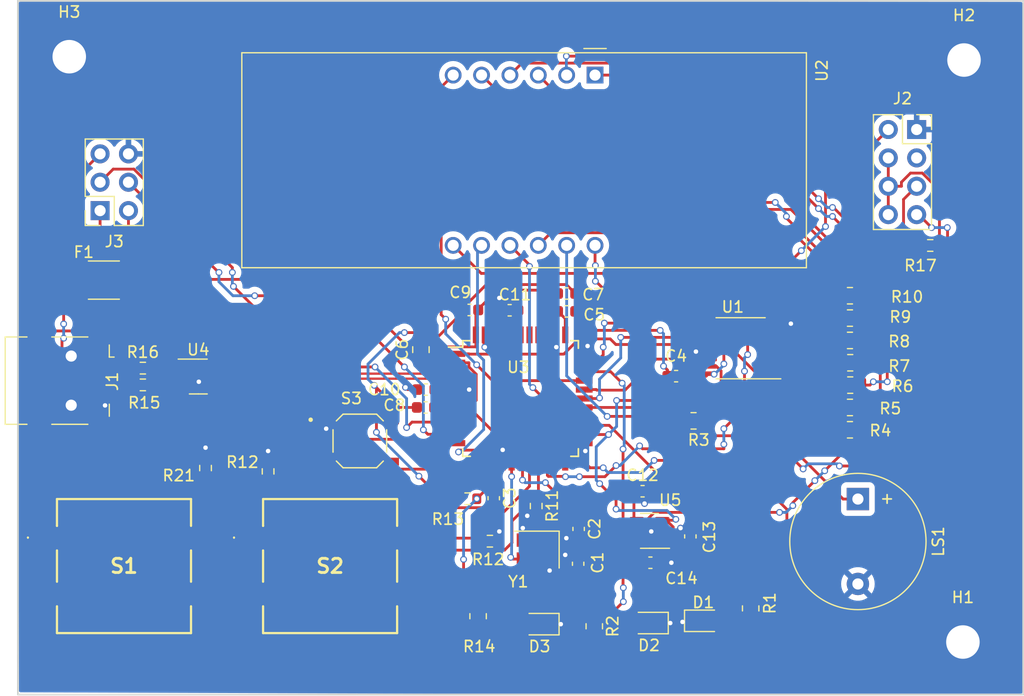
<source format=kicad_pcb>
(kicad_pcb (version 20221018) (generator pcbnew)
  (layers (0 "F.Cu" signal) (31 "B.Cu" signal) (34 "B.Paste" user) (35 "F.Paste" user) (36 "B.SilkS" user "B.Silkscreen") (37 "F.SilkS" user "F.Silkscreen") (38 "B.Mask" user) (39 "F.Mask" user) (44 "Edge.Cuts" user))
  (net 0 "")
  (net 1 "GND")
  (net 2 "Net-(D1-A)")
  (net 3 "Net-(D2-A)")
  (net 4 "Buzzer")
  (net 5 "Green_LED")
  (net 6 "Red_LED")
  (net 7 "a")
  (net 8 "Net-(U2-a)")
  (net 9 "b")
  (net 10 "Net-(U2-b)")
  (net 11 "c")
  (net 12 "Net-(U2-c)")
  (net 13 "d")
  (net 14 "Net-(U2-d)")
  (net 15 "e")
  (net 16 "Net-(U2-e)")
  (net 17 "f")
  (net 18 "Net-(U2-f)")
  (net 19 "g")
  (net 20 "Net-(U2-g)")
  (net 21 "dp")
  (net 22 "Net-(U2-DPX)")
  (net 23 "Button_1")
  (net 24 "Button_2")
  (net 26 "+5V")
  (net 27 "SH_CP")
  (net 28 "ST_CP")
  (net 29 "DS")
  (net 30 "Dig4")
  (net 31 "Dig3")
  (net 32 "Dig2")
  (net 33 "Dig1")
  (net 38 "XTAL2")
  (net 39 "XTAL1")
  (net 40 "RST")
  (net 41 "Net-(U5-BP)")
  (net 42 "+3.3V")
  (net 43 "Net-(J1-D-)")
  (net 45 "Net-(J1-D+)")
  (net 46 "TX")
  (net 48 "Net-(J2-Pin_5)")
  (net 49 "MISO")
  (net 50 "SCK")
  (net 51 "MOSI")
  (net 52 "USB_CONN_D+")
  (net 54 "USB_CONN_D-")
  (net 55 "USB_D-")
  (net 56 "USB_D+")
  (net 57 "RX")
  (net 64 "Net-(C3-Pad2)")
  (net 65 "/UCAP")
  (net 66 "/AREF")
  (net 67 "Net-(D3-A)")
  (net 68 "Net-(J1-VBUS)")
  (net 70 "unconnected-(J1-Shield-Pad6)")
  (footprint "Resistor_SMD:R_0603_1608Metric" (layer "F.Cu") (at 159.975 69.8 180)
    (fp_text reference "R17")
    (fp_text value "10k" hide)
  )
  (footprint "Resistor_SMD:R_0805_2012Metric" (layer "F.Cu") (at 152.8125 80.3)
    (fp_text reference "R7")
    (fp_text value "100" hide)
  )
  (footprint "Resistor_SMD:R_0603_1608Metric" (layer "F.Cu") (at 89.4903 82.2818)
    (fp_text reference "R15")
    (fp_text value "1k" hide)
  )
  (footprint "Capacitor_SMD:C_0603_1608Metric" (layer "F.Cu") (at 127.425 74.1)
    (fp_text reference "C7")
    (fp_text value ".1uF")
  )
  (footprint "Fuse:Fuse_1812_4532Metric" (layer "F.Cu") (at 86 72.9)
    (fp_text reference "F1")
    (fp_text value "PTCSMP" hide)
  )
  (footprint "Resistor_SMD:R_0805_2012Metric" (layer "F.Cu") (at 129.9 103.8875 -90)
    (fp_text reference "R2")
    (fp_text value "330")
  )
  (footprint "PTS526_SMD_Button:PTS526_SMD_Button" (layer "F.Cu") (at 108.9125 87.3)
    (fp_text reference "S3")
    (fp_text value "PTS526_SM08_SMTR2_LFS" hide)
  )
  (footprint "Resistor_SMD:R_0603_1608Metric" (layer "F.Cu") (at 95.1 89.725 90)
    (fp_text reference "R21")
    (fp_text value "10k")
  )
  (footprint "Resistor_SMD:R_0603_1608Metric" (layer "F.Cu") (at 89.4903 80.7818)
    (fp_text reference "R16")
    (fp_text value "1k" hide)
  )
  (footprint "MountingHole:MountingHole_3mm" (layer "F.Cu") (at 163 53.2)
    (fp_text reference "H2")
    (fp_text value "MountingHole")
  )
  (footprint "Crystal:Crystal_SMD_Abracon_ABM8G-4Pin_3.2x2.5mm" (layer "F.Cu") (at 124.7561 97.0238 180)
    (fp_text reference "Y1")
    (fp_text value "16kHz" hide)
  )
  (footprint "Resistor_SMD:R_0603_1608Metric" (layer "F.Cu") (at 124.7 93.125 -90)
    (fp_text reference "R11")
    (fp_text value "10k")
  )
  (footprint "Capacitor_SMD:C_0603_1608Metric" (layer "F.Cu") (at 118.7361 75.5738 180)
    (fp_text reference "C9")
    (fp_text value ".1uF")
  )
  (footprint "Resistor_SMD:R_0805_2012Metric" (layer "F.Cu") (at 119.5 102.9875 -90)
    (fp_text reference "R14")
    (fp_text value "1k")
  )
  (footprint "Package_TO_SOT_SMD:SOT-23-6" (layer "F.Cu") (at 94.4528 81.5318)
    (fp_text reference "U4")
    (fp_text value "USBLC6-2SC6" hide)
  )
  (footprint "PTS125_SMD_Button:PTS125_SMD_Button" (layer "F.Cu") (at 106.25 98.5)
    (fp_text reference "S2")
    (fp_text value "PTS125SM43SMTR21M_LFS" hide)
  )
  (footprint "Capacitor_SMD:C_0603_1608Metric" (layer "F.Cu") (at 114.8 84.3 180)
    (fp_text reference "C8")
    (fp_text value ".1uF")
  )
  (footprint "Connector_USB:USB_Mini-B_Lumberg_2486_01_Horizontal" (layer "F.Cu") (at 83.075 81.9 -90)
    (fp_text reference "J1")
    (fp_text value "USB_B_Mini" hide)
  )
  (footprint "Capacitor_SMD:C_0603_1608Metric" (layer "F.Cu") (at 134.925 98.2)
    (fp_text reference "C14")
    (fp_text value "2.2uF")
  )
  (footprint "Resistor_SMD:R_0805_2012Metric" (layer "F.Cu") (at 138.7875 85.5 180)
    (fp_text reference "R3")
    (fp_text value "100")
  )
  (footprint "Resistor_SMD:R_0805_2012Metric" (layer "F.Cu") (at 152.7875 86.3)
    (fp_text reference "R4")
    (fp_text value "100" hide)
  )
  (footprint "Resistor_SMD:R_0805_2012Metric" (layer "F.Cu") (at 143.9 102.2875 -90)
    (fp_text reference "R1")
    (fp_text value "330")
  )
  (footprint "Capacitor_SMD:C_0603_1608Metric" (layer "F.Cu") (at 127.425 75.7)
    (fp_text reference "C5")
    (fp_text value ".1uF")
  )
  (footprint "Resistor_SMD:R_0603_1608Metric" (layer "F.Cu") (at 120.5561 96.2738)
    (fp_text reference "R12")
    (fp_text value "10k" hide)
  )
  (footprint "Package_QFP:TQFP-44_10x10mm_P0.8mm" (layer "F.Cu") (at 123.3 83.5)
    (fp_text reference "U3")
    (fp_text value "ATmega32U4-A" hide)
  )
  (footprint "Resistor_SMD:R_0805_2012Metric" (layer "F.Cu") (at 152.7875 74.3)
    (fp_text reference "R10")
    (fp_text value "100" hide)
  )
  (footprint "Resistor_SMD:R_0805_2012Metric" (layer "F.Cu") (at 152.7875 84.3)
    (fp_text reference "R5")
    (fp_text value "100" hide)
  )
  (footprint "Capacitor_SMD:C_0603_1608Metric" (layer "F.Cu") (at 138.5 95.845 90)
    (fp_text reference "C13")
    (fp_text value "1uF")
  )
  (footprint "MountingHole:MountingHole_3mm" (layer "F.Cu") (at 162.9 105.3)
    (fp_text reference "H1")
    (fp_text value "MountingHole")
  )
  (footprint "Display_7Segment:CA56-12EWA" (layer "F.Cu") (at 129.9689 54.5487 -90)
    (fp_text reference "U2")
    (fp_text value "CA56-12EWA")
  )
  (footprint "Package_SO:TSSOP-16_4.4x5mm_P0.65mm" (layer "F.Cu") (at 143 79 180)
    (fp_text reference "U1")
    (fp_text value "74HC595" hide)
  )
  (footprint "LED_SMD:LED_0805_2012Metric" (layer "F.Cu") (at 134.8375 103.6 180)
    (fp_text reference "D2")
    (fp_text value "LED")
  )
  (footprint "LED_SMD:LED_0805_2012Metric" (layer "F.Cu") (at 125.0625 103.7 180)
    (fp_text reference "D3")
    (fp_text value "LED")
  )
  (footprint "Capacitor_SMD:C_0603_1608Metric" (layer "F.Cu") (at 120.9 92.425 -90)
    (fp_text reference "C3")
    (fp_text value ".1uF")
  )
  (footprint "Resistor_SMD:R_0603_1608Metric" (layer "F.Cu") (at 118.5561 92.4738 180)
    (fp_text reference "R13")
    (fp_text value "10k" hide)
  )
  (footprint "LED_SMD:LED_0805_2012Metric" (layer "F.Cu") (at 139.6625 103.4)
    (fp_text reference "D1")
    (fp_text value "LED")
  )
  (footprint "Capacitor_SMD:C_0603_1608Metric" (layer "F.Cu") (at 122.325 75.6 180)
    (fp_text reference "C11")
    (fp_text value ".1uF")
  )
  (footprint "Capacitor_SMD:C_0603_1608Metric" (layer "F.Cu") (at 114.825 82.7 180)
    (fp_text reference "C10")
    (fp_text value "1uF")
  )
  (footprint "Buzzer_Beeper:Buzzer_12x9.5RM7.6" (layer "F.Cu") (at 153.5 92.5 -90)
    (fp_text reference "LS1")
    (fp_text value "Speaker")
  )
  (footprint "Connector_PinSocket_2.54mm:PinSocket_2x04_P2.54mm_Vertical" (layer "F.Cu") (at 158.76 59.42)
    (fp_text reference "J2")
    (fp_text value "ESP_CONN")
  )
  (footprint "Connector_PinSocket_2.54mm:PinSocket_2x03_P2.54mm_Vertical" (layer "F.Cu") (at 85.66 66.68 180)
    (fp_text reference "J3")
    (fp_text value "AVR-ISP-6")
  )
  (footprint "PTS125_SMD_Button:PTS125_SMD_Button" (layer "F.Cu") (at 87.8 98.5)
    (fp_text reference "S1")
    (fp_text value "PTS125SM43SMTR21M_LFS" hide)
  )
  (footprint "Resistor_SMD:R_0603_1608Metric" (layer "F.Cu") (at 100.7 90.025 90)
    (fp_text reference "R12")
    (fp_text value "10k")
  )
  (footprint "Capacitor_SMD:C_0603_1608Metric" (layer "F.Cu") (at 137.225 81.5 180)
    (fp_text reference "C4")
    (fp_text value ".1uF")
  )
  (footprint "MountingHole:MountingHole_3mm" (layer "F.Cu") (at 82.9 52.9)
    (fp_text reference "H3")
    (fp_text value "MountingHole")
  )
  (footprint "Package_TO_SOT_SMD:SOT-23-5" (layer "F.Cu") (at 134.8375 95.35 180)
    (fp_text reference "U5")
    (fp_text value "LP2985-3.3" hide)
  )
  (footprint "Capacitor_SMD:C_0805_2012Metric" (layer "F.Cu") (at 114.3811 79.1238 90)
    (fp_text reference "C6")
    (fp_text value "10uF" hide)
  )
  (footprint "Resistor_SMD:R_0805_2012Metric" (layer "F.Cu") (at 152.7875 76.3)
    (fp_text reference "R9")
    (fp_text value "100" hide)
  )
  (footprint "Capacitor_SMD:C_0603_1608Metric" (layer "F.Cu") (at 134.225 91.8)
    (fp_text reference "C12")
    (fp_text value "10nF")
  )
  (footprint "Resistor_SMD:R_0805_2012Metric" (layer "F.Cu") (at 152.8125 82.3)
    (fp_text reference "R6")
    (fp_text value "100" hide)
  )
  (footprint "Capacitor_SMD:C_0603_1608Metric" (layer "F.Cu") (at 128.5 95.175 -90)
    (fp_text reference "C2")
    (fp_text value "22pF")
  )
  (footprint "Resistor_SMD:R_0805_2012Metric" (layer "F.Cu") (at 152.7875 78.3)
    (fp_text reference "R8")
    (fp_text value "100" hide)
  )
  (footprint "Capacitor_SMD:C_0603_1608Metric" (layer "F.Cu") (at 128.4561 98.2938 90)
    (fp_text reference "C1")
    (fp_text value "22pF")
  )
  (gr_rect (start 78.3 47.9) (end 168.3 110) (stroke (width 0.15)) (fill none) (layer "Edge.Cuts"))
  (gr_text "Ethan Burnett\n4/20/2023\nEmbedded Systems" (at 99.7 65.2) (layer "F.Cu") (effects (font (size 1.5 1.5) (thickness 0.3) bold) (justify left bottom)))
  (segment (start 138.625 103.5) (end 138.725 103.4) (width 0.4) (layer "F.Cu") (net 1))
  (segment (start 86.105 84.1192) (end 86.105 83.83) (width 0.25) (layer "F.Cu") (net 1))
  (segment (start 138.43 95.07) (end 138.4 95.1) (width 0.25) (layer "F.Cu") (net 1))
  (segment (start 94.0318 81.5318) (end 93.3153 81.5318) (width 0.4) (layer "F.Cu") (net 1))
  (segment (start 123.95 93.95) (end 123.9 94) (width 0.4) (layer "F.Cu") (net 1))
  (segment (start 113.2 82.7) (end 113 82.5) (width 0.25) (layer "F.Cu") (net 1))
  (segment (start 124.7 93.95) (end 123.95 93.95) (width 0.4) (layer "F.Cu") (net 1))
  (segment (start 129.3 78.8) (end 129.3 79.2) (width 0.4) (layer "F.Cu") (net 1))
  (segment (start 135.7 98.2) (end 136.8 98.2) (width 0.25) (layer "F.Cu") (net 1))
  (segment (start 147.5 76.8) (end 147.425 76.725) (width 0.4) (layer "F.Cu") (net 1))
  (segment (start 135 91.8) (end 135 92.3) (width 0.25) (layer "F.Cu") (net 1))
  (segment (start 86.105 83.83) (end 85.775 83.5) (width 0.25) (layer "F.Cu") (net 1))
  (segment (start 114.05 82.7) (end 113.2 82.7) (width 0.25) (layer "F.Cu") (net 1))
  (segment (start 135 92.3) (end 134.4 92.9) (width 0.25) (layer "F.Cu") (net 1))
  (segment (start 121.4 96.2549) (end 121.381 96.2738) (width 0.4) (layer "F.Cu") (net 1))
  (segment (start 129 88.1) (end 129.1 88.2) (width 0.4) (layer "F.Cu") (net 1))
  (segment (start 121.7 88.1) (end 121.7 89.2) (width 0.4) (layer "F.Cu") (net 1))
  (segment (start 128.5 95.95) (end 127.45 95.95) (width 0.25) (layer "F.Cu") (net 1))
  (segment (start 123.656 96.1738) (end 123.656 95.2561) (width 0.4) (layer "F.Cu") (net 1))
  (segment (start 134.375 92.875) (end 134.4 92.9) (width 0.4) (layer "F.Cu") (net 1))
  (segment (start 128.4373 97.5) (end 128.4561 97.5188) (width 0.25) (layer "F.Cu") (net 1))
  (segment (start 135.975 95.35) (end 135.05 95.35) (width 0.4) (layer "F.Cu") (net 1))
  (segment (start 139 79.3) (end 140.112 79.3) (width 0.4) (layer "F.Cu") (net 1))
  (segment (start 135.05 95.35) (end 135 95.4) (width 0.4) (layer "F.Cu") (net 1))
  (segment (start 105.912 85.45) (end 105.912 86.1875) (width 0.4) (layer "F.Cu") (net 1))
  (segment (start 100.7 88.2) (end 100.7 89.2) (width 0.4) (layer "F.Cu") (net 1))
  (segment (start 118.7 82.7) (end 117.6 82.7) (width 0.4) (layer "F.Cu") (net 1))
  (segment (start 138.5 95.07) (end 138.43 95.07) (width 0.25) (layer "F.Cu") (net 1))
  (segment (start 129 87.5) (end 129 88.1) (width 0.4) (layer "F.Cu") (net 1))
  (segment (start 140.112 79.3) (end 140.138 79.325) (width 0.4) (layer "F.Cu") (net 1))
  (segment (start 95.1 87.9) (end 95.1 88.9) (width 0.4) (layer "F.Cu") (net 1))
  (segment (start 105.912 86.1875) (end 105.9 86.2) (width 0.4) (layer "F.Cu") (net 1))
  (segment (start 121.55 75.6) (end 121.55 74.65) (width 0.25) (layer "F.Cu") (net 1))
  (segment (start 127.3 97.5) (end 128.4373 97.5) (width 0.25) (layer "F.Cu") (net 1))
  (segment (start 137.8 103.5) (end 138.625 103.5) (width 0.4) (layer "F.Cu") (net 1))
  (segment (start 120.1 77.8) (end 120.1 78.9) (width 0.4) (layer "F.Cu") (net 1))
  (segment (start 125.9 97.9177) (end 125.856 97.8738) (width 0.4) (layer "F.Cu") (net 1))
  (segment (start 94.5 82) (end 94.0318 81.5318) (width 0.4) (layer "F.Cu") (net 1))
  (segment (start 125.9 98.9) (end 125.9 97.9177) (width 0.4) (layer "F.Cu") (net 1))
  (segment (start 147.425 76.725) (end 145.862 76.725) (width 0.4) (layer "F.Cu") (net 1))
  (segment (start 126.9 103.7) (end 126 103.7) (width 0.4) (layer "F.Cu") (net 1))
  (segment (start 121.4 95.4) (end 121.4 96.2549) (width 0.4) (layer "F.Cu") (net 1))
  (segment (start 135.775 103.6) (end 136.7 103.6) (width 0.4) (layer "F.Cu") (net 1))
  (segment (start 123.656 95.2561) (end 123.5 95.1) (width 0.4) (layer "F.Cu") (net 1))
  (segment (start 126.5 77.8) (end 126.5 78.9) (width 0.4) (layer "F.Cu") (net 1))
  (segment (start 121.55 74.65) (end 121.4 74.5) (width 0.25) (layer "F.Cu") (net 1))
  (segment (start 129.3 79.2) (end 129 79.5) (width 0.4) (layer "F.Cu") (net 1))
  (segment (start 138.4 95.1) (end 137.6213 95.1) (width 0.25) (layer "F.Cu") (net 1))
  (segment (start 127.45 95.95) (end 127.4 96) (width 0.25) (layer "F.Cu") (net 1))
  (segment (start 88.3 61.7) (end 88.2 61.6) (width 0.25) (layer "F.Cu") (net 1))
  (via (at 139 79.3) (size 0.6) (drill 0.4) (layers "F.Cu" "B.Cu") (net 1))
  (via (at 120.1 78.9) (size 0.6) (drill 0.4) (layers "F.Cu" "B.Cu") (net 1))
  (via (at 95.1 87.9) (size 0.6) (drill 0.4) (layers "F.Cu" "B.Cu") (net 1))
  (via (at 129.3 78.8) (size 0.6) (drill 0.4) (layers "F.Cu" "B.Cu") (net 1))
  (via (at 147.5 76.8) (size 0.6) (drill 0.4) (layers "F.Cu" "B.Cu") (net 1))
  (via (at 121.7 88.1) (size 0.6) (drill 0.4) (layers "F.Cu" "B.Cu") (net 1))
  (via (at 137.6213 95.1) (size 0.6) (drill 0.4) (layers "F.Cu" "B.Cu") (net 1))
  (via (at 126.9 103.7) (size 0.6) (drill 0.4) (layers "F.Cu" "B.Cu") (net 1))
  (via (at 126.5 78.9) (size 0.6) (drill 0.4) (layers "F.Cu" "B.Cu") (net 1))
  (via (at 125.9 98.9) (size 0.6) (drill 0.4) (layers "F.Cu" "B.Cu") (net 1))
  (via (at 118.7 82.7) (size 0.6) (drill 0.4) (layers "F.Cu" "B.Cu") (net 1))
  (via (at 121.4 95.4) (size 0.6) (drill 0.4) (layers "F.Cu" "B.Cu") (net 1))
  (via (at 129.1 88.2) (size 0.6) (drill 0.4) (layers "F.Cu" "B.Cu") (net 1))
  (via (at 86.105 84.1192) (size 0.6) (drill 0.4) (layers "F.Cu" "B.Cu") (net 1))
  (via (at 121.4 74.5) (size 0.6) (drill 0.4) (layers "F.Cu" "B.Cu") (net 1))
  (via (at 136.7 103.6) (size 0.6) (drill 0.4) (layers "F.Cu" "B.Cu") (net 1))
  (via (at 127.3 97.5) (size 0.6) (drill 0.4) (layers "F.Cu" "B.Cu") (net 1))
  (via (at 127.4 96) (size 0.6) (drill 0.4) (layers "F.Cu" "B.Cu") (net 1))
  (via (at 136.8 98.2) (size 0.6) (drill 0.4) (layers "F.Cu" "B.Cu") (net 1))
  (via (at 94.5 82) (size 0.6) (drill 0.4) (layers "F.Cu" "B.Cu") (net 1))
  (via (at 100.7 88.2) (size 0.6) (drill 0.4) (layers "F.Cu" "B.Cu") (net 1))
  (via (at 105.9 86.2) (size 0.6) (drill 0.4) (layers "F.Cu" "B.Cu") (net 1))
  (via (at 113 82.5) (size 0.6) (drill 0.4) (layers "F.Cu" "B.Cu") (net 1))
  (via (at 123.5 95.1) (size 0.6) (drill 0.4) (layers "F.Cu" "B.Cu") (net 1))
  (via (at 123.9 94) (size 0.6) (drill 0.4) (layers "F.Cu" "B.Cu") (net 1))
  (via (at 135 95.4) (size 0.6) (drill 0.4) (layers "F.Cu" "B.Cu") (net 1))
  (via (at 134.4 92.9) (size 0.6) (drill 0.4) (layers "F.Cu" "B.Cu") (net 1))
  (via (at 137.8 103.5) (size 0.6) (drill 0.4) (layers "F.Cu" "B.Cu") (net 1))
  (segment (start 140.6 103.4) (end 143.7 103.4) (width 0.25) (layer "F.Cu") (net 2))
  (segment (start 143.7 103.4) (end 143.9 103.2) (width 0.25) (layer "F.Cu") (net 2))
  (segment (start 132.7 104.8) (end 133.9 103.6) (width 0.25) (layer "F.Cu") (net 3))
  (segment (start 129.9 104.8) (end 132.7 104.8) (width 0.25) (layer "F.Cu") (net 3))
  (segment (start 138.217 84.3) (end 129 84.3) (width 0.25) (layer "F.Cu") (net 4))
  (segment (start 138.8409 84.9239) (end 138.217 84.3) (width 0.25) (layer "F.Cu") (net 4))
  (segment (start 139.5055 86.8332) (end 138.8409 86.1686) (width 0.25) (layer "F.Cu") (net 4))
  (segment (start 153.5 92.5) (end 152.1749 92.5) (width 0.25) (layer "F.Cu") (net 4))
  (segment (start 152.1749 92.5) (end 146.5081 86.8332) (width 0.25) (layer "F.Cu") (net 4))
  (segment (start 138.8409 86.1686) (end 138.8409 84.9239) (width 0.25) (layer "F.Cu") (net 4))
  (segment (start 146.5081 86.8332) (end 139.5055 86.8332) (width 0.25) (layer "F.Cu") (net 4))
  (segment (start 143.7662 90.0455) (end 135.3802 90.0455) (width 0.25) (layer "F.Cu") (net 5))
  (segment (start 143.9 101.375) (end 147.1427 98.1323) (width 0.25) (layer "F.Cu") (net 5))
  (segment (start 129 85.9) (end 130.0751 85.9) (width 0.25) (layer "F.Cu") (net 5))
  (segment (start 135.3802 90.0455) (end 131.2344 85.8997) (width 0.25) (layer "F.Cu") (net 5))
  (segment (start 130.0754 85.8997) (end 130.0751 85.9) (width 0.25) (layer "F.Cu") (net 5))
  (segment (start 147.1427 98.1323) (end 147.1427 93.422) (width 0.25) (layer "F.Cu") (net 5))
  (segment (start 147.1427 93.422) (end 143.7662 90.0455) (width 0.25) (layer "F.Cu") (net 5))
  (segment (start 131.2344 85.8997) (end 130.0754 85.8997) (width 0.25) (layer "F.Cu") (net 5))
  (segment (start 132.475761 100.032061) (end 132.475761 100.416161) (width 0.25) (layer "F.Cu") (net 6))
  (segment (start 131.3668 81.1) (end 132.3927 82.1259) (width 0.25) (layer "F.Cu") (net 6))
  (segment (start 129 81.1) (end 131.3668 81.1) (width 0.25) (layer "F.Cu") (net 6))
  (segment (start 132.5 101.6894) (end 131.3769 102.8125) (width 0.25) (layer "F.Cu") (net 6))
  (segment (start 132.475761 88.024239) (end 132.475761 100.032061) (width 0.25) (layer "F.Cu") (net 6))
  (segment (start 131.3769 102.8125) (end 129.9 102.8125) (width 0.25) (layer "F.Cu") (net 6))
  (segment (start 132.475761 100.416161) (end 132.5 100.4404) (width 0.25) (layer "F.Cu") (net 6))
  (via (at 132.5 101.6894) (size 0.6) (drill 0.4) (layers "F.Cu" "B.Cu") (net 6))
  (via (at 132.3927 82.1259) (size 0.6) (drill 0.4) (layers "F.Cu" "B.Cu") (net 6))
  (via (at 132.475761 88.024239) (size 0.6) (drill 0.4) (layers "F.Cu" "B.Cu") (net 6))
  (via (at 132.5 100.4404) (size 0.6) (drill 0.4) (layers "F.Cu" "B.Cu") (net 6))
  (segment (start 132.3927 82.1259) (end 132.578 82.3112) (width 0.25) (layer "B.Cu") (net 6))
  (segment (start 132.578 82.3112) (end 132.578 87.922) (width 0.25) (layer "B.Cu") (net 6))
  (segment (start 132.578 87.922) (end 132.475761 88.024239) (width 0.25) (layer "B.Cu") (net 6))
  (segment (start 132.5 100.4404) (end 132.5 101.6894) (width 0.25) (layer "B.Cu") (net 6))
  (segment (start 140.1375 80.625) (end 140.844 80.625) (width 0.25) (layer "F.Cu") (net 7))
  (segment (start 141.2498 81.0308) (end 141.2498 83.9502) (width 0.25) (layer "F.Cu") (net 7))
  (segment (start 141.2498 83.9502) (end 139.7 85.5) (width 0.25) (layer "F.Cu") (net 7))
  (segment (start 140.844 80.625) (end 141.2498 81.0308) (width 0.25) (layer "F.Cu") (net 7))
  (segment (start 137.875 85.5) (end 137.475 85.1) (width 0.25) (layer "F.Cu") (net 8))
  (segment (start 137.475 85.1) (end 131.0528 85.1) (width 0.25) (layer "F.Cu") (net 8))
  (via (at 131.0528 85.1) (size 0.6) (drill 0.4) (layers "F.Cu" "B.Cu") (net 8))
  (segment (start 127.4289 81.4761) (end 127.4289 69.7887) (width 0.25) (layer "B.Cu") (net 8))
  (segment (start 131.0528 85.1) (end 127.4289 81.4761) (width 0.25) (layer "B.Cu") (net 8))
  (segment (start 150.8875 86.3) (end 151.875 86.3) (width 0.25) (layer "F.Cu") (net 9))
  (segment (start 145.8625 81.275) (end 150.8875 86.3) (width 0.25) (layer "F.Cu") (net 9))
  (segment (start 137.2427 72.2987) (end 119.7789 72.2987) (width 0.25) (layer "F.Cu") (net 10))
  (segment (start 153.7 86.3) (end 152.6528 87.3472) (width 0.25) (layer "F.Cu") (net 10))
  (segment (start 142.064 78.8861) (end 142.064 77.12) (width 0.25) (layer "F.Cu") (net 10))
  (segment (start 152.6528 87.3472) (end 150.5251 87.3472) (width 0.25) (layer "F.Cu") (net 10))
  (segment (start 150.5251 87.3472) (end 142.064 78.8861) (width 0.25) (layer "F.Cu") (net 10))
  (segment (start 142.064 77.12) (end 137.2427 72.2987) (width 0.25) (layer "F.Cu") (net 10))
  (segment (start 119.7789 72.2987) (end 117.2689 69.7887) (width 0.25) (layer "F.Cu") (net 10))
  (segment (start 148.2 80.625) (end 151.875 84.3) (width 0.25) (layer "F.Cu") (net 11))
  (segment (start 145.8625 80.625) (end 148.2 80.625) (width 0.25) (layer "F.Cu") (net 11))
  (segment (start 154.7187 84.3255) (end 155.5023 83.5419) (width 0.25) (layer "F.Cu") (net 12))
  (segment (start 155.5023 71.4778) (end 151.2245 67.2) (width 0.25) (layer "F.Cu") (net 12))
  (segment (start 154.7187 84.3255) (end 153.7255 84.3255) (width 0.25) (layer "F.Cu") (net 12))
  (segment (start 136.9492 53.4737) (end 123.4239 53.4737) (width 0.25) (layer "F.Cu") (net 12))
  (segment (start 153.7255 84.3255) (end 153.7 84.3) (width 0.25) (layer "F.Cu") (net 12))
  (segment (start 149.9755 66.5) (end 136.9492 53.4737) (width 0.25) (layer "F.Cu") (net 12))
  (segment (start 123.4239 53.4737) (end 122.3489 54.5487) (width 0.25) (layer "F.Cu") (net 12))
  (segment (start 155.5023 83.5419) (end 155.5023 71.4778) (width 0.25) (layer "F.Cu") (net 12))
  (via (at 149.9755 66.5) (size 0.6) (drill 0.4) (layers "F.Cu" "B.Cu") (net 12))
  (via (at 151.2245 67.2) (size 0.6) (drill 0.4) (layers "F.Cu" "B.Cu") (net 12))
  (segment (start 151.2245 67.2) (end 150.6755 67.2) (width 0.25) (layer "B.Cu") (net 12))
  (segment (start 150.6755 67.2) (end 149.9755 66.5) (width 0.25) (layer "B.Cu") (net 12))
  (segment (start 149.575 79.975) (end 151.9 82.3) (width 0.25) (layer "F.Cu") (net 13))
  (segment (start 145.8625 79.975) (end 149.575 79.975) (width 0.25) (layer "F.Cu") (net 13))
  (segment (start 154.5778 82.3) (end 154.8778 82) (width 0.25) (layer "F.Cu") (net 14))
  (segment (start 137.207877 52.8492) (end 127.4 52.8492) (width 0.25) (layer "F.Cu") (net 14))
  (segment (start 151.307678 66.4) (end 151.2245 66.4) (width 0.25) (layer "F.Cu") (net 14))
  (segment (start 153.725 82.3) (end 154.5778 82.3) (width 0.25) (layer "F.Cu") (net 14))
  (segment (start 156.1268 82) (end 156.1268 71.219122) (width 0.25) (layer "F.Cu") (net 14))
  (segment (start 156.1268 71.219122) (end 151.307678 66.4) (width 0.25) (layer "F.Cu") (net 14))
  (segment (start 149.9755 65.616823) (end 137.207877 52.8492) (width 0.25) (layer "F.Cu") (net 14))
  (via (at 127.4 52.8492) (size 0.6) (drill 0.4) (layers "F.Cu" "B.Cu") (net 14))
  (via (at 156.1268 82) (size 0.6) (drill 0.4) (layers "F.Cu" "B.Cu") (net 14))
  (via (at 149.9755 65.616823) (size 0.6) (drill 0.4) (layers "F.Cu" "B.Cu") (net 14))
  (via (at 151.2245 66.4) (size 0.6) (drill 0.4) (layers "F.Cu" "B.Cu") (net 14))
  (via (at 154.8778 82) (size 0.6) (drill 0.4) (layers "F.Cu" "B.Cu") (net 14))
  (segment (start 154.8778 82) (end 156.1268 82) (width 0.25) (layer "B.Cu") (net 14))
  (segment (start 151.2245 66.4) (end 150.758677 66.4) (width 0.25) (layer "B.Cu") (net 14))
  (segment (start 127.4 52.8492) (end 127.4 54.5198) (width 0.25) (layer "B.Cu") (net 14))
  (segment (start 127.4 54.5198) (end 127.4289 54.5487) (width 0.25) (layer "B.Cu") (net 14))
  (segment (start 150.758677 66.4) (end 149.9755 65.616823) (width 0.25) (layer "B.Cu") (net 14))
  (segment (start 145.8625 79.325) (end 150.925 79.325) (width 0.25) (layer "F.Cu") (net 15))
  (segment (start 150.925 79.325) (end 151.9 80.3) (width 0.25) (layer "F.Cu") (net 15))
  (segment (start 155.0523 73.4713) (end 155.0523 78.9727) (width 0.25) (layer "F.Cu") (net 16))
  (segment (start 129.9689 54.5487) (end 136.1297 54.5487) (width 0.25) (layer "F.Cu") (net 16))
  (segment (start 155.0523 78.9727) (end 153.725 80.3) (width 0.25) (layer "F.Cu") (net 16))
  (segment (start 136.1297 54.5487) (end 155.0523 73.4713) (width 0.25) (layer "F.Cu") (net 16))
  (segment (start 145.8625 78.675) (end 151.5 78.675) (width 0.25) (layer "F.Cu") (net 17))
  (segment (start 151.5 78.675) (end 151.875 78.3) (width 0.25) (layer "F.Cu") (net 17))
  (segment (start 147.7138 68.6631) (end 152.1842 73.1335) (width 0.25) (layer "F.Cu") (net 18))
  (segment (start 152.7486 73.6273) (end 152.7486 77.3486) (width 0.25) (layer "F.Cu") (net 18))
  (segment (start 126.0145 68.6631) (end 147.7138 68.6631) (width 0.25) (layer "F.Cu") (net 18))
  (segment (start 152.2548 73.1335) (end 152.7486 73.6273) (width 0.25) (layer "F.Cu") (net 18))
  (segment (start 152.1842 73.1335) (end 152.2548 73.1335) (width 0.25) (layer "F.Cu") (net 18))
  (segment (start 152.7486 77.3486) (end 153.7 78.3) (width 0.25) (layer "F.Cu") (net 18))
  (segment (start 124.8889 69.7887) (end 126.0145 68.6631) (width 0.25) (layer "F.Cu") (net 18))
  (segment (start 150.15 78.025) (end 151.875 76.3) (width 0.25) (layer "F.Cu") (net 19))
  (segment (start 145.8625 78.025) (end 150.15 78.025) (width 0.25) (layer "F.Cu") (net 19))
  (segment (start 154.5521 73.621) (end 154.5521 75.4479) (width 0.25) (layer "F.Cu") (net 20))
  (segment (start 119.8089 54.5487) (end 131.8329 66.5727) (width 0.25) (layer "F.Cu") (net 20))
  (segment (start 131.8329 66.5727) (end 147.5038 66.5727) (width 0.25) (layer "F.Cu") (net 20))
  (segment (start 154.5521 75.4479) (end 153.7 76.3) (width 0.25) (layer "F.Cu") (net 20))
  (segment (start 147.5038 66.5727) (end 154.5521 73.621) (width 0.25) (layer "F.Cu") (net 20))
  (segment (start 145.1714 77.375) (end 144.7946 76.9982) (width 0.25) (layer "F.Cu") (net 21))
  (segment (start 144.7946 76.9982) (end 144.7946 76.4126) (width 0.25) (layer "F.Cu") (net 21))
  (segment (start 144.7946 76.4126) (end 146.9072 74.3) (width 0.25) (layer "F.Cu") (net 21))
  (segment (start 146.9072 74.3) (end 151.875 74.3) (width 0.25) (layer "F.Cu") (net 21))
  (segment (start 145.8625 77.375) (end 145.1714 77.375) (width 0.25) (layer "F.Cu") (net 21))
  (segment (start 147.1 67.342304) (end 147.1 67.1972) (width 0.25) (layer "F.Cu") (net 22))
  (segment (start 153.7 74.3) (end 153.7 73.942304) (width 0.25) (layer "F.Cu") (net 22))
  (segment (start 153.7 73.942304) (end 147.1 67.342304) (width 0.25) (layer "F.Cu") (net 22))
  (segment (start 146.1 65.9482) (end 136.2884 65.9482) (width 0.25) (layer "F.Cu") (net 22))
  (segment (start 136.2884 65.9482) (end 124.8889 54.5487) (width 0.25) (layer "F.Cu") (net 22))
  (via (at 146.1 65.9482) (size 0.6) (drill 0.4) (layers "F.Cu" "B.Cu") (net 22))
  (via (at 147.1 67.1972) (size 0.6) (drill 0.4) (layers "F.Cu" "B.Cu") (net 22))
  (segment (start 147.1 66.9482) (end 146.1 65.9482) (width 0.25) (layer "B.Cu") (net 22))
  (segment (start 147.1 67.1972) (end 147.1 66.9482) (width 0.25) (layer "B.Cu") (net 22))
  (segment (start 94.95 96) (end 94.95 90.7) (width 0.25) (layer "F.Cu") (net 23))
  (segment (start 124.9 89.2) (end 124.9 92.1) (width 0.25) (layer "F.Cu") (net 23))
  (segment (start 124.7 92.3) (end 122.5283 94.4717) (width 0.25) (layer "F.Cu") (net 23))
  (segment (start 94.95 96) (end 94.95 97.0751) (width 0.25) (layer "F.Cu") (net 23))
  (segment (start 94.95 90.7) (end 95.1 90.55) (width 0.25) (layer "F.Cu") (net 23))
  (segment (start 122.5283 94.4717) (end 122.5283 96.4089) (width 0.25) (layer "F.Cu") (net 23))
  (segment (start 122.5283 96.4089) (end 121.8621 97.0751) (width 0.25) (layer "F.Cu") (net 23))
  (segment (start 124.9 92.1) (end 124.7 92.3) (width 0.25) (layer "F.Cu") (net 23))
  (segment (start 121.8621 97.0751) (end 94.95 97.0751) (width 0.25) (layer "F.Cu") (net 23))
  (segment (start 124.1 89.2) (end 124.1 91.3573) (width 0.25) (layer "F.Cu") (net 24))
  (segment (start 113.4 96) (end 119.4573 96) (width 0.25) (layer "F.Cu") (net 24))
  (segment (start 124.1 91.3573) (end 119.4573 96) (width 0.25) (layer "F.Cu") (net 24))
  (segment (start 119.4573 96) (end 119.7311 96.2738) (width 0.25) (layer "F.Cu") (net 24))
  (segment (start 100.7 90.85) (end 105.85 96) (width 0.25) (layer "F.Cu") (net 24))
  (segment (start 105.85 96) (end 113.4 96) (width 0.25) (layer "F.Cu") (net 24))
  (segment (start 126.65 75.7) (end 127.3 76.35) (width 0.25) (layer "F.Cu") (net 26))
  (segment (start 115.6787 80.0738) (end 115.6787 79.8775) (width 0.25) (layer "F.Cu") (net 26))
  (segment (start 115.6787 79.8775) (end 116.6811 78.8751) (width 0.25) (layer "F.Cu") (net 26))
  (segment (start 138.18 96.3) (end 135.975 96.3) (width 0.25) (layer "F.Cu") (net 26))
  (segment (start 136.9625 95.7375) (end 136.4 96.3) (width 0.25) (layer "F.Cu") (net 26))
  (segment (start 118.2 97.9) (end 118.2 100.775) (width 0.25) (layer "F.Cu") (net 26))
  (segment (start 135.8245 83.6755) (end 131.9 83.6755) (width 0.25) (layer "F.Cu") (net 26))
  (segment (start 80.65 101) (end 80.65 99.9249) (width 0.25) (layer "F.Cu") (net 26))
  (segment (start 119.3298 81.3245) (end 119.3298 83.6542) (width 0.25) (layer "F.Cu") (net 26))
  (segment (start 99.1 100.575) (end 100.6002 102.0752) (width 0.25) (layer "F.Cu") (net 26))
  (segment (start 118.6751 80.6698) (end 119.3298 81.3245) (width 0.25) (layer "F.Cu") (net 26))
  (segment (start 140.1375 81.275) (end 140.5758 81.275) (width 0.25) (layer "F.Cu") (net 26))
  (segment (start 135.975 94.4) (end 136.359251 94.4) (width 0.25) (layer "F.Cu") (net 26))
  (segment (start 126.35 73.8) (end 126.65 74.1) (width 0.25) (layer "F.Cu") (net 26))
  (segment (start 121.216116 73.8) (end 126.35 73.8) (width 0.25) (layer "F.Cu") (net 26))
  (segment (start 114.3811 80.0738) (end 115.6787 80.0738) (width 0.25) (layer "F.Cu") (net 26))
  (segment (start 99.1 100.575) (end 99.1 99.9249) (width 0.25) (layer "F.Cu") (net 26))
  (segment (start 100.6002 102.0752) (end 119.4998 102.0752) (width 0.25) (layer "F.Cu") (net 26))
  (segment (start 119.5111 75.505016) (end 121.216116 73.8) (width 0.25) (layer "F.Cu") (net 26))
  (segment (start 118.2 100.775) (end 119.5 102.075) (width 0.25) (layer "F.Cu") (net 26))
  (segment (start 136.9625 95.003249) (end 136.9625 95.7375) (width 0.25) (layer "F.Cu") (net 26))
  (segment (start 119.3298 83.6542) (end 118.684 84.3) (width 0.25) (layer "F.Cu") (net 26))
  (segment (start 94.4 80.725751) (end 94.4 79.1625) (width 0.25) (layer "F.Cu") (net 26))
  (segment (start 138 81.5) (end 135.8245 83.6755) (width 0.25) (layer "F.Cu") (net 26))
  (segment (start 138.5 96.62) (end 138.18 96.3) (width 0.25) (layer "F.Cu") (net 26))
  (segment (start 131.175761 86.724239) (end 129.024239 86.724239) (width 0.25) (layer "F.Cu") (net 26))
  (segment (start 95.5903 81.5318) (end 95.206049 81.5318) (width 0.25) (layer "F.Cu") (net 26))
  (segment (start 120.9 91.65) (end 120.2049 91.65) (width 0.25) (layer "F.Cu") (net 26))
  (segment (start 141.501089 78.050048) (end 140.826041 77.375) (width 0.25) (layer "F.Cu") (net 26))
  (segment (start 94.4 79.1625) (end 88.1375 72.9) (width 0.25) (layer "F.Cu") (net 26))
  (segment (start 141.501089 80.398911) (end 141.501089 78.050048) (width 0.25) (layer "F.Cu") (net 26))
  (segment (start 119.3 77.8) (end 119.3 78.8751) (width 0.25) (layer "F.Cu") (net 26))
  (segment (start 122.1842 86.7) (end 121.6341 87.2501) (width 0.25) (layer "F.Cu") (net 26))
  (segment (start 116.6811 78.8751) (end 119.3 78.8751) (width 0.25) (layer "F.Cu") (net 26))
  (segment (start 140.826041 77.375) (end 140.1375 77.375) (width 0.25) (layer "F.Cu") (net 26))
  (segment (start 119.5111 75.5738) (end 119.3 75.7849) (width 0.25) (layer "F.Cu") (net 26))
  (segment (start 115.6787 80.0738) (end 115.9049 80.3) (width 0.25) (layer "F.Cu") (net 26))
  (segment (start 80.65 99.9249) (end 99.1 99.9249) (width 0.25) (layer "F.Cu") (net 26))
  (segment (start 126.65 74.1) (end 126.65 75.7) (width 0.25) (layer "F.Cu") (net 26))
  (segment (start 117.6 80.3) (end 118.6751 80.3) (width 0.25) (layer "F.Cu") (net 26))
  (segment (start 127.3 76.35) (end 127.3 77.8) (width 0.25) (layer "F.Cu") (net 26))
  (segment (start 119.5111 75.5738) (end 119.5111 75.505016) (width 0.25) (layer "F.Cu") (net 26))
  (segment (start 136.359251 94.4) (end 136.9625 95.003249) (width 0.25) (layer "F.Cu") (net 26))
  (segment (start 115.9049 80.3) (end 117.6 80.3) (width 0.25) (layer "F.Cu") (net 26))
  (segment (start 120.9 91.65) (end 120.9 89.2) (width 0.25) (layer "F.Cu") (net 26))
  (segment (start 131.851261 93.4) (end 131.851261 92.591834) (width 0.25) (layer "F.Cu") (net 26))
  (segment (start 135.975 94.4) (end 137.1154 94.4) (width 0.25) (layer "F.Cu") (net 26))
  (segment (start 118.684 84.3) (end 121.6341 87.2501) (width 0.25) (layer "F.Cu") (net 26))
  (segment (start 120.2049 91.65) (end 119.3811 92.4738) (width 0.25) (layer "F.Cu") (net 26))
  (segment (start 138 81.5) (end 139.9125 81.5) (width 0.25) (layer "F.Cu") (net 26))
  (segment (start 95.206049 81.5318) (end 94.4 80.725751) (width 0.25) (layer "F.Cu") (net 26))
  (segment (start 129 86.7) (end 122.1842 86.7) (width 0.25) (layer "F.Cu") (net 26))
  (segment (start 107.1448 72.8375) (end 114.3811 80.0738) (width 0.25) (layer "F.Cu") (net 26))
  (segment (start 136.4 96.3) (end 135.975 96.3) (width 0.25) (layer "F.Cu") (net 26))
  (segment (start 119.3 75.7849) (end 119.3 77.8) (width 0.25) (layer "F.Cu") (net 26))
  (segment (start 115.575 84.3) (end 117.6 84.3) (width 0.25) (layer "F.Cu") (net 26))
  (segment (start 129.024239 86.724239) (end 129 86.7) (width 0.25) (layer "F.Cu") (net 26))
  (segment (start 88.2 72.8375) (end 88.1375 72.9) (width 0.25) (layer "F.Cu") (net 26))
  (segment (start 88.2 72.8375) (end 107.1448 72.8375) (width 0.25) (layer "F.Cu") (net 26))
  (segment (start 140.5758 81.275) (end 140.6253 81.3245) (width 0.25) (layer "F.Cu") (net 26))
  (segment (start 118.6751 80.3) (end 118.6751 80.6698) (width 0.25) (layer "F.Cu") (net 26))
  (segment (start 120.9 87.9842) (end 120.9 89.2) (width 0.25) (layer "F.Cu") (net 26))
  (segment (start 137.1154 94.4) (end 137.2 94.3154) (width 0.25) (layer "F.Cu") (net 26))
  (segment (start 119.4998 102.0752) (end 119.5 102.075) (width 0.25) (layer "F.Cu") (net 26))
  (segment (start 88.2 66.68) (end 88.2 72.8375) (width 0.25) (layer "F.Cu") (net 26))
  (segment (start 131.851261 92.591834) (end 130.383927 91.1245) (width 0.25) (layer "F.Cu") (net 26))
  (segment (start 121.6341 87.2501) (end 120.9 87.9842) (width 0.25) (layer "F.Cu") (net 26))
  (segment (start 117.6 84.3) (end 118.684 84.3) (width 0.25) (layer "F.Cu") (net 26))
  (segment (start 139.9125 81.5) (end 140.1375 81.275) (width 0.25) (layer "F.Cu") (net 26))
  (via (at 137.2 94.3154) (size 0.6) (drill 0.4) (layers "F.Cu" "B.Cu") (net 26))
  (via (at 141.501089 80.398911) (size 0.6) (drill 0.4) (layers "F.Cu" "B.Cu") (net 26))
  (via (at 140.6253 81.3245) (size 0.6) (drill 0.4) (layers "F.Cu" "B.Cu") (net 26))
  (via (at 119.3811 92.4738) (size 0.6) (drill 0.4) (layers "F.Cu" "B.Cu") (net 26))
  (via (at 118.2 97.9) (size 0.6) (drill 0.4) (layers "F.Cu" "B.Cu") (net 26))
  (via (at 130.383927 91.1245) (size 0.6) (drill 0.4) (layers "F.Cu" "B.Cu") (net 26))
  (via (at 131.851261 93.4) (size 0.6) (drill 0.4) (layers "F.Cu" "B.Cu") (net 26))
  (via (at 131.9 83.6755) (size 0.6) (drill 0.4) (layers "F.Cu" "B.Cu") (net 26))
  (via (at 131.175761 86.724239) (size 0.6) (drill 0.4) (layers "F.Cu" "B.Cu") (net 26))
  (segment (start 141.4 80.6) (end 141.501089 80.498911) (width 0.25) (layer "B.Cu") (net 26))
  (segment (start 119.3811 92.4738) (end 118.2 93.6549) (width 0.25) (layer "B.Cu") (net 26))
  (segment (start 130.383927 91.1245) (end 130.075 90.815573) (width 0.25) (layer "B.Cu") (net 26))
  (segment (start 140.6755 81.3245) (end 141.4 80.6) (width 0.25) (layer "B.Cu") (net 26))
  (segment (start 141.501089 80.498911) (end 141.501089 80.398911) (width 0.25) (layer "B.Cu") (net 26))
  (segment (start 118.2 93.6549) (end 118.2 97.9) (width 0.25) (layer "B.Cu") (net 26))
  (segment (start 131.9 83.6755) (end 131.9 86) (width 0.25) (layer "B.Cu") (net 26))
  (segment (start 140.6253 81.3245) (end 140.6755 81.3245) (width 0.25) (layer "B.Cu") (net 26))
  (segment (start 131.976261 93.525) (end 131.851261 93.4) (width 0.25) (layer "B.Cu") (net 26))
  (segment (start 130.075 87.825) (end 131.175761 86.724239) (width 0.25) (layer "B.Cu") (net 26))
  (segment (start 131.9 86) (end 131.175761 86.724239) (width 0.25) (layer "B.Cu") (net 26))
  (segment (start 136.4096 93.525) (end 131.976261 93.525) (width 0.25) (layer "B.Cu") (net 26))
  (segment (start 130.075 90.815573) (end 130.075 87.825) (width 0.25) (layer "B.Cu") (net 26))
  (segment (start 137.2 94.3154) (end 136.4096 93.525) (width 0.25) (layer "B.Cu") (net 26))
  (segment (start 130.322 83.5) (end 129 83.5) (width 0.25) (layer "F.Cu") (net 27))
  (segment (start 130.3705 83.4515) (end 130.322 83.5) (width 0.25) (layer "F.Cu") (net 27))
  (segment (start 140.1375 78.025) (end 132.2686 78.025) (width 0.25) (layer "F.Cu") (net 27))
  (via (at 132.2686 78.025) (size 0.6) (drill 0.4) (layers "F.Cu" "B.Cu") (net 27))
  (via (at 130.3705 83.4515) (size 0.6) (drill 0.4) (layers "F.Cu" "B.Cu") (net 27))
  (segment (start 130.3705 81.7655) (end 132.2686 79.8674) (width 0.25) (layer "B.Cu") (net 27))
  (segment (start 130.3705 83.4515) (end 130.3705 81.7655) (width 0.25) (layer "B.Cu") (net 27))
  (segment (start 132.2686 79.8674) (end 132.2686 78.025) (width 0.25) (layer "B.Cu") (net 27))
  (segment (start 128.5291 78.1651) (end 131.3293 78.1651) (width 0.25) (layer "F.Cu") (net 28))
  (segment (start 127.1674 79.5268) (end 128.5291 78.1651) (width 0.25) (layer "F.Cu") (net 28))
  (segment (start 117.6 79.5) (end 118.6751 79.5) (width 0.25) (layer "F.Cu") (net 28))
  (segment (start 131.3293 78.1651) (end 131.8288 78.6646) (width 0.25) (layer "F.Cu") (net 28))
  (segment (start 140.1271 78.6646) (end 140.1375 78.675) (width 0.25) (layer "F.Cu") (net 28))
  (segment (start 118.6751 79.5) (end 118.7019 79.5268) (width 0.25) (layer "F.Cu") (net 28))
  (segment (start 118.7019 79.5268) (end 127.1674 79.5268) (width 0.25) (layer "F.Cu") (net 28))
  (segment (start 131.8288 78.6646) (end 140.1271 78.6646) (width 0.25) (layer "F.Cu") (net 28))
  (segment (start 132.6517 82.751) (end 130.1261 82.751) (width 0.25) (layer "F.Cu") (net 29))
  (segment (start 130.1261 82.751) (end 130.0751 82.7) (width 0.25) (layer "F.Cu") (net 29))
  (segment (start 129 82.7) (end 130.0751 82.7) (width 0.25) (layer "F.Cu") (net 29))
  (segment (start 140.1375 79.975) (end 135.4277 79.975) (width 0.25) (layer "F.Cu") (net 29))
  (segment (start 135.4277 79.975) (end 132.6517 82.751) (width 0.25) (layer "F.Cu") (net 29))
  (segment (start 116.1939 75.9939) (end 116.6 76.4) (width 0.25) (layer "F.Cu") (net 30))
  (segment (start 119.3744 80.485923) (end 120.788477 81.9) (width 0.25) (layer "F.Cu") (net 30))
  (segment (start 116.1939 55.6237) (end 116.1939 75.9939) (width 0.25) (layer "F.Cu") (net 30))
  (segment (start 120.788477 81.9) (end 129 81.9) (width 0.25) (layer "F.Cu") (net 30))
  (segment (start 117.2689 54.5487) (end 116.1939 55.6237) (width 0.25) (layer "F.Cu") (net 30))
  (via (at 116.6 76.4) (size 0.6) (drill 0.4) (layers "F.Cu" "B.Cu") (net 30))
  (via (at 119.3744 80.485923) (size 0.6) (drill 0.4) (layers "F.Cu" "B.Cu") (net 30))
  (segment (start 116.6 76.4) (end 116.6 77.711523) (width 0.25) (layer "B.Cu") (net 30))
  (segment (start 116.6 77.711523) (end 119.3744 80.485923) (width 0.25) (layer "B.Cu") (net 30))
  (segment (start 117.7492 88.2858) (end 117.9101 88.1249) (width 0.25) (layer "F.Cu") (net 31))
  (segment (start 117.9101 88.1249) (end 119.3 88.1249) (width 0.25) (layer "F.Cu") (net 31))
  (segment (start 119.3 89.2) (end 119.3 88.1249) (width 0.25) (layer "F.Cu") (net 31))
  (via (at 117.7492 88.2858) (size 0.6) (drill 0.4) (layers "F.Cu" "B.Cu") (net 31))
  (segment (start 117.9938 88.2858) (end 119.9989 86.2807) (width 0.25) (layer "B.Cu") (net 31))
  (segment (start 117.7492 88.2858) (end 117.9938 88.2858) (width 0.25) (layer "B.Cu") (net 31))
  (segment (start 119.9989 80.0652) (end 119.4461 79.5124) (width 0.25) (layer "B.Cu") (net 31))
  (segment (start 119.4461 70.1515) (end 119.8089 69.7887) (width 0.25) (layer "B.Cu") (net 31))
  (segment (start 119.9989 86.2807) (end 119.9989 80.0652) (width 0.25) (layer "B.Cu") (net 31))
  (segment (start 119.4461 79.5124) (end 119.4461 70.1515) (width 0.25) (layer "B.Cu") (net 31))
  (segment (start 124.1 71.5398) (end 124.1 71.6742) (width 0.25) (layer "F.Cu") (net 32))
  (segment (start 122.3489 69.7887) (end 124.1 71.5398) (width 0.25) (layer "F.Cu") (net 32))
  (segment (start 126.9755 85.1) (end 129 85.1) (width 0.25) (layer "F.Cu") (net 32))
  (segment (start 124.4 82.5245) (end 126.9755 85.1) (width 0.25) (layer "F.Cu") (net 32))
  (via (at 124.1 71.6742) (size 0.6) (drill 0.4) (layers "F.Cu" "B.Cu") (net 32))
  (via (at 124.4 82.5245) (size 0.6) (drill 0.4) (layers "F.Cu" "B.Cu") (net 32))
  (segment (start 124.1 71.6742) (end 124.1 82.2245) (width 0.25) (layer "B.Cu") (net 32))
  (segment (start 124.1 82.2245) (end 124.4 82.5245) (width 0.25) (layer "B.Cu") (net 32))
  (segment (start 130.7 78.9) (end 130.7 79.6) (width 0.25) (layer "F.Cu") (net 33))
  (segment (start 132.0745 76.7505) (end 130.8 76.7505) (width 0.25) (layer "F.Cu") (net 33))
  (segment (start 130.038584 73) (end 132.6545 75.615916) (width 0.25) (layer "F.Cu") (net 33))
  (segment (start 130 80.3) (end 129 80.3) (width 0.25) (layer "F.Cu") (net 33))
  (segment (start 132.6545 75.615916) (end 132.6545 76.1705) (width 0.25) (layer "F.Cu") (net 33))
  (segment (start 130 73) (end 130.038584 73) (width 0.25) (layer "F.Cu") (net 33))
  (segment (start 129.9689 69.7887) (end 129.9689 71.5689) (width 0.25) (layer "F.Cu") (net 33))
  (segment (start 130.7 79.6) (end 130 80.3) (width 0.25) (layer "F.Cu") (net 33))
  (segment (start 129.9689 71.5689) (end 130 71.6) (width 0.25) (layer "F.Cu") (net 33))
  (segment (start 132.6545 76.1705) (end 132.0745 76.7505) (width 0.25) (layer "F.Cu") (net 33))
  (via (at 130.7 78.9) (size 0.6) (drill 0.4) (layers "F.Cu" "B.Cu") (net 33))
  (via (at 130.8 76.7505) (size 0.6) (drill 0.4) (layers "F.Cu" "B.Cu") (net 33))
  (via (at 130 71.6) (size 0.6) (drill 0.4) (layers "F.Cu" "B.Cu") (net 33))
  (via (at 130 73) (size 0.6) (drill 0.4) (layers "F.Cu" "B.Cu") (net 33))
  (segment (start 130.8 76.7505) (end 130.8 78.8) (width 0.25) (layer "B.Cu") (net 33))
  (segment (start 130.8 78.8) (end 130.7 78.9) (width 0.25) (layer "B.Cu") (net 33))
  (segment (start 130 71.6) (end 130 73) (width 0.25) (layer "B.Cu") (net 33))
  (segment (start 122.4738 97.7166) (end 122.631 97.8738) (width 0.25) (layer "F.Cu") (net 38))
  (segment (start 122.5 89.2) (end 122.5 90.4887) (width 0.25) (layer "F.Cu") (net 38))
  (segment (start 125.3073 99.525) (end 123.6561 97.8738) (width 0.25) (layer "F.Cu") (net 38))
  (segment (start 127.9999 99.525) (end 125.3073 99.525) (width 0.25) (layer "F.Cu") (net 38))
  (segment (start 122.4177 97.7166) (end 122.4738 97.7166) (width 0.25) (layer "F.Cu") (net 38))
  (segment (start 128.4561 99.0688) (end 127.9999 99.525) (width 0.25) (layer "F.Cu") (net 38))
  (segment (start 123.6561 97.8738) (end 122.631 97.8738) (width 0.25) (layer "F.Cu") (net 38))
  (via (at 122.5 90.4887) (size 0.6) (drill 0.4) (layers "F.Cu" "B.Cu") (net 38))
  (via (at 122.4177 97.7166) (size 0.6) (drill 0.4) (layers "F.Cu" "B.Cu") (net 38))
  (segment (start 122.5 97.6343) (end 122.5 90.4887) (width 0.25) (layer "B.Cu") (net 38))
  (segment (start 122.4177 97.7166) (end 122.5 97.6343) (width 0.25) (layer "B.Cu") (net 38))
  (segment (start 127.6299 94.4) (end 127.6299 93.139306) (width 0.25) (layer "F.Cu") (net 39))
  (segment (start 123.4755 90.8) (end 123.4755 89.3755) (width 0.25) (layer "F.Cu") (net 39))
  (segment (start 128.5 94.4) (end 127.6299 94.4) (width 0.25) (layer "F.Cu") (net 39))
  (segment (start 127.6299 93.139306) (end 125.5245 91.033906) (width 0.25) (layer "F.Cu") (net 39))
  (segment (start 123.4755 89.3755) (end 123.3 89.2) (width 0.25) (layer "F.Cu") (net 39))
  (segment (start 127.6299 94.4) (end 125.8561 96.1738) (width 0.25) (layer "F.Cu") (net 39))
  (via (at 123.4755 90.8) (size 0.6) (drill 0.4) (layers "F.Cu" "B.Cu") (net 39))
  (via (at 125.5245 91.033906) (size 0.6) (drill 0.4) (layers "F.Cu" "B.Cu") (net 39))
  (segment (start 125.5245 91.033906) (end 123.709406 91.033906) (width 0.25) (layer "B.Cu") (net 39))
  (segment (start 123.709406 91.033906) (end 123.4755 90.8) (width 0.25) (layer "B.Cu") (net 39))
  (segment (start 82.4 78.1) (end 82.25 78.25) (width 0.25) (layer "F.Cu") (net 40))
  (segment (start 120.1 89.2) (end 120.1 90.2751) (width 0.25) (layer "F.Cu") (net 40))
  (segment (start 120.1 90.2751) (end 119.9298 90.2751) (width 0.25) (layer "F.Cu") (net 40))
  (segment (start 82.4 64.86) (end 82.4 76.8255) (width 0.25) (layer "F.Cu") (net 40))
  (segment (start 117.7311 92.4738) (end 115.0824 89.8251) (width 0.25) (layer "F.Cu") (net 40))
  (segment (start 105.9125 89.15) (end 105.9125 89.8251) (width 0.25) (layer "F.Cu") (net 40))
  (segment (start 96.5069 89.725) (end 96.8069 90.025) (width 0.25) (layer "F.Cu") (net 40))
  (segment (start 119.9298 90.2751) (end 117.7311 92.4738) (width 0.25) (layer "F.Cu") (net 40))
  (segment (start 85.525 85.025) (end 89.9512 85.025) (width 0.25) (layer "F.Cu") (net 40))
  (segment (start 82.25 81.75) (end 85.525 85.025) (width 0.25) (layer "F.Cu") (net 40))
  (segment (start 85.66 61.6) (end 82.4 64.86) (width 0.25) (layer "F.Cu") (net 40))
  (segment (start 115.0824 89.8251) (end 105.9125 89.8251) (width 0.25) (layer "F.Cu") (net 40))
  (segment (start 89.9512 85.025) (end 94.6512 89.725) (width 0.25) (layer "F.Cu") (net 40))
  (segment (start 82.25 78.25) (end 82.25 81.75) (width 0.25) (layer "F.Cu") (net 40))
  (segment (start 94.6512 89.725) (end 96.5069 89.725) (width 0.25) (layer "F.Cu") (net 40))
  (segment (start 105.7126 90.025) (end 105.9125 89.8251) (width 0.25) (layer "F.Cu") (net 40))
  (segment (start 96.8069 90.025) (end 105.7126 90.025) (width 0.25) (layer "F.Cu") (net 40))
  (via (at 82.4 76.8255) (size 0.6) (drill 0.4) (layers "F.Cu" "B.Cu") (net 40))
  (via (at 82.4 78.1) (size 0.6) (drill 0.4) (layers "F.Cu" "B.Cu") (net 40))
  (segment (start 82.4 76.8255) (end 82.4 78.1) (width 0.25) (layer "B.Cu") (net 40))
  (segment (start 133.45 94.15) (end 133.7 94.4) (width 0.25) (layer "F.Cu") (net 41))
  (segment (start 133.45 91.8) (end 133.45 94.15) (width 0.25) (layer "F.Cu") (net 41))
  (segment (start 133.7 96.3) (end 133.7 95.816) (width 0.25) (layer "F.Cu") (net 42))
  (segment (start 134.15 96.75) (end 133.7 96.3) (width 0.25) (layer "F.Cu") (net 42))
  (segment (start 159.2673 63.3199) (end 160.8 64.8526) (width 0.25) (layer "F.Cu") (net 42))
  (segment (start 156.22 64.5) (end 156.22 67.04) (width 0.25) (layer "F.Cu") (net 42))
  (segment (start 134.6883 94.2813) (end 135.2787 93.6909) (width 0.25) (layer "F.Cu") (net 42))
  (segment (start 156.22 64.5) (end 157.3951 64.5) (width 0.25) (layer "F.Cu") (net 42))
  (segment (start 160.8 82.7) (end 160.8 69.8) (width 0.25) (layer "F.Cu") (net 42))
  (segment (start 158.208 63.3199) (end 159.2673 63.3199) (width 0.25) (layer "F.Cu") (net 42))
  (segment (start 147.673149 92.826851) (end 149.645861 90.854139) (width 0.25) (layer "F.Cu") (net 42))
  (segment (start 157.3951 64.5) (end 157.3951 64.1328) (width 0.25) (layer "F.Cu") (net 42))
  (segment (start 134.15 98.2) (end 134.15 96.75) (width 0.25) (layer "F.Cu") (net 42))
  (segment (start 156.22 61.96) (end 156.22 64.5) (width 0.25) (layer "F.Cu") (net 42))
  (segment (start 155.6 87.9) (end 156.2 87.3) (width 0.25) (layer "F.Cu") (net 42))
  (segment (start 152.6 87.9) (end 155.6 87.9) (width 0.25) (layer "F.Cu") (net 42))
  (segment (start 157.3951 64.1328) (end 158.208 63.3199) (width 0.25) (layer "F.Cu") (net 42))
  (segment (start 150.529039 89.970961) (end 152.6 87.9) (width 0.25) (layer "F.Cu") (net 42))
  (segment (start 147.673149 93.092418) (end 147.673149 92.826851) (width 0.25) (layer "F.Cu") (net 42))
  (segment (start 133.7 95.816) (end 134.6883 94.8277) (width 0.25) (layer "F.Cu") (net 42))
  (segment (start 160.8 64.8526) (end 160.8 69.8) (width 0.25) (layer "F.Cu") (net 42))
  (segment (start 135.2787 93.6909) (end 146.4858 93.6909) (width 0.25) (layer "F.Cu") (net 42))
  (segment (start 156.2 87.3) (end 160.8 82.7) (width 0.25) (layer "F.Cu") (net 42))
  (segment (start 134.6883 94.8277) (end 134.6883 94.2813) (width 0.25) (layer "F.Cu") (net 42))
  (via (at 147.673149 93.092418) (size 0.6) (drill 0.4) (layers "F.Cu" "B.Cu") (net 42))
  (via (at 150.529039 89.970961) (size 0.6) (drill 0.4) (layers "F.Cu" "B.Cu") (net 42))
  (via (at 146.4858 93.6909) (size 0.6) (drill 0.4) (layers "F.Cu" "B.Cu") (net 42))
  (via (at 149.645861 90.854139) (size 0.6) (drill 0.4) (layers "F.Cu" "B.Cu") (net 42))
  (segment (start 146.4858 93.6909) (end 146.9359 93.6909) (width 0.25) (layer "B.Cu") (net 42))
  (segment (start 149.645861 90.854139) (end 150.529039 89.970961) (width 0.25) (layer "B.Cu") (net 42))
  (segment (start 146.9359 93.6909) (end 147.074667 93.6909) (width 0.25) (layer "B.Cu") (net 42))
  (segment (start 147.074667 93.6909) (end 147.673149 93.092418) (width 0.25) (layer "B.Cu") (net 42))
  (segment (start 88.6653 80.7818) (end 88.3472 81.1) (width 0.25) (layer "F.Cu") (net 43))
  (segment (start 88.3472 81.1) (end 85.775 81.1) (width 0.25) (layer "F.Cu") (net 43))
  (segment (start 88.6653 82.2818) (end 88.2835 81.9) (width 0.4) (layer "F.Cu") (net 45))
  (segment (start 88.2835 81.9) (end 85.775 81.9) (width 0.4) (layer "F.Cu") (net 45))
  (segment (start 130.851261 90.5) (end 131.851261 89.5) (width 0.25) (layer "F.Cu") (net 46))
  (segment (start 134.217878 88) (end 141.5 88) (width 0.25) (layer "F.Cu") (net 46))
  (segment (start 141.5 86.2) (end 143.347361 84.352639) (width 0.25) (layer "F.Cu") (net 46))
  (segment (start 125.7 90.3786) (end 125.7901 90.4687) (width 0.25) (layer "F.Cu") (net 46))
  (segment (start 125.7 89.2) (end 125.7 90.3786) (width 0.25) (layer "F.Cu") (net 46))
  (segment (start 141.5 88) (end 141.5 87.6) (width 0.25) (layer "F.Cu") (net 46))
  (segment (start 150.6 65.04) (end 156.22 59.42) (width 0.25) (layer "F.Cu") (net 46))
  (segment (start 143.347361 84.352639) (end 143.347361 81.052639) (width 0.25) (layer "F.Cu") (net 46))
  (segment (start 150.6 68.1) (end 150.6 65.04) (width 0.25) (layer "F.Cu") (net 46))
  (segment (start 133.958939 87.741061) (end 134.217878 88) (width 0.25) (layer "F.Cu") (net 46))
  (segment (start 128.5674 90.5) (end 130.851261 90.5) (width 0.25) (layer "F.Cu") (net 46))
  (segment (start 143.630539 79.569461) (end 143.630539 75.069461) (width 0.25) (layer "F.Cu") (net 46))
  (segment (start 127.2871 90.4687) (end 127.3184 90.5) (width 0.25) (layer "F.Cu") (net 46))
  (segment (start 125.7901 90.4687) (end 127.2871 90.4687) (width 0.25) (layer "F.Cu") (net 46))
  (segment (start 143.630539 75.069461) (end 148.433761 70.266239) (width 0.25) (layer "F.Cu") (net 46))
  (via (at 127.3184 90.5) (size 0.6) (drill 0.4) (layers "F.Cu" "B.Cu") (net 46))
  (via (at 143.347361 81.052639) (size 0.6) (drill 0.4) (layers "F.Cu" "B.Cu") (net 46))
  (via (at 141.5 87.6) (size 0.6) (drill 0.4) (layers "F.Cu" "B.Cu") (net 46))
  (via (at 141.5 86.2) (size 0.6) (drill 0.4) (layers "F.Cu" "B.Cu") (net 46))
  (via (at 128.5674 90.5) (size 0.6) (drill 0.4) (layers "F.Cu" "B.Cu") (net 46))
  (via (at 148.433761 70.266239) (size 0.6) (drill 0.4) (layers "F.Cu" "B.Cu") (net 46))
  (via (at 150.6 68.1) (size 0.6) (drill 0.4) (layers "F.Cu" "B.Cu") (net 46))
  (via (at 133.958939 87.741061) (size 0.6) (drill 0.4) (layers "F.Cu" "B.Cu") (net 46))
  (via (at 143.630539 79.569461) (size 0.6) (drill 0.4) (layers "F.Cu" "B.Cu") (net 46))
  (via (at 131.851261 89.5) (size 0.6) (drill 0.4) (layers "F.Cu" "B.Cu") (net 46))
  (segment (start 132.2 89.5) (end 133.958939 87.741061) (width 0.25) (layer "B.Cu") (net 46))
  (segment (start 143.347361 81.052639) (end 143.347361 79.852639) (width 0.25) (layer "B.Cu") (net 46))
  (segment (start 127.3184 90.5) (end 128.5674 90.5) (width 0.25) (layer "B.Cu") (net 46))
  (segment (start 143.347361 79.852639) (end 143.630539 79.569461) (width 0.25) (layer "B.Cu") (net 46))
  (segment (start 148.433761 70.266239) (end 150.6 68.1) (width 0.25) (layer "B.Cu") (net 46))
  (segment (start 141.5 87.6) (end 141.5 86.2) (width 0.25) (layer "B.Cu") (net 46))
  (segment (start 131.851261 89.5) (end 132.2 89.5) (width 0.25) (layer "B.Cu") (net 46))
  (segment (start 158.9 69.8) (end 159.15 69.8) (width 0.25) (layer "F.Cu") (net 48))
  (segment (start 157.585 65.675) (end 157.585 68.485) (width 0.25) (layer "F.Cu") (net 48))
  (segment (start 157.585 68.485) (end 158.9 69.8) (width 0.25) (layer "F.Cu") (net 48))
  (segment (start 158.76 64.5) (end 157.585 65.675) (width 0.25) (layer "F.Cu") (net 48))
  (segment (start 89.4903 82.6833) (end 93.9572 87.1502) (width 0.25) (layer "F.Cu") (net 49))
  (segment (start 112.5877 87.1502) (end 112.9375 87.5) (width 0.25) (layer "F.Cu") (net 49))
  (segment (start 112.9375 87.5) (end 117.6 87.5) (width 0.25) (layer "F.Cu") (net 49))
  (segment (start 93.9572 87.1502) (end 112.5877 87.1502) (width 0.25) (layer "F.Cu") (net 49))
  (segment (start 85.66 66.68) (end 85.66 74.1152) (width 0.25) (layer "F.Cu") (net 49))
  (segment (start 85.66 74.1152) (end 89.4903 77.9455) (width 0.25) (layer "F.Cu") (net 49))
  (segment (start 89.4903 77.9455) (end 89.4903 82.6833) (width 0.25) (layer "F.Cu") (net 49))
  (segment (start 85.66 64.14) (end 86.835 62.965) (width 0.25) (layer "F.Cu") (net 50))
  (segment (start 116.9 85.9) (end 117.6 85.9) (width 0.25) (layer "F.Cu") (net 50))
  (segment (start 113.1 86.1) (end 113.5872 85.6128) (width 0.25) (layer "F.Cu") (net 50))
  (segment (start 88.686701 62.965) (end 97.5 71.778299) (width 0.25) (layer "F.Cu") (net 50))
  (segment (start 116.6128 85.6128) (end 116.9 85.9) (width 0.25) (layer "F.Cu") (net 50))
  (segment (start 86.835 62.965) (end 88.686701 62.965) (width 0.25) (layer "F.Cu") (net 50))
  (segment (start 113.5872 85.6128) (end 116.6128 85.6128) (width 0.25) (layer "F.Cu") (net 50))
  (segment (start 97.5 71.778299) (end 97.5 72.213) (width 0.25) (layer "F.Cu") (net 50))
  (segment (start 104.8135 80.6755) (end 110.271023 80.6755) (width 0.25) (layer "F.Cu") (net 50))
  (segment (start 97.6 73.462) (end 104.8135 80.6755) (width 0.25) (layer "F.Cu") (net 50))
  (via (at 110.271023 80.6755) (size 0.6) (drill 0.4) (layers "F.Cu" "B.Cu") (net 50))
  (via (at 97.5 72.213) (size 0.6) (drill 0.4) (layers "F.Cu" "B.Cu") (net 50))
  (via (at 113.1 86.1) (size 0.6) (drill 0.4) (layers "F.Cu" "B.Cu") (net 50))
  (via (at 97.6 73.462) (size 0.6) (drill 0.4) (layers "F.Cu" "B.Cu") (net 50))
  (segment (start 110.271023 80.6755) (end 113.1 83.504477) (width 0.25) (layer "B.Cu") (net 50))
  (segment (start 97.5 73.362) (end 97.6 73.462) (width 0.25) (layer "B.Cu") (net 50))
  (segment (start 113.1 83.504477) (end 113.1 86.1) (width 0.25) (layer "B.Cu") (net 50))
  (segment (start 97.5 72.213) (end 97.5 73.362) (width 0.25) (layer "B.Cu") (net 50))
  (segment (start 96.273 72.213) (end 96.3 72.213) (width 0.25) (layer "F.Cu") (net 51))
  (segment (start 115 86.7) (end 117.6 86.7) (width 0.25) (layer "F.Cu") (net 51))
  (segment (start 99.5 74.3) (end 106.5245 74.3) (width 0.25) (layer "F.Cu") (net 51))
  (segment (start 114.6 86.3) (end 115 86.7) (width 0.25) (layer "F.Cu") (net 51))
  (segment (start 106.5245 74.3) (end 112.9 80.6755) (width 0.25) (layer "F.Cu") (net 51))
  (segment (start 88.2 64.14) (end 96.273 72.213) (width 0.25) (layer "F.Cu") (net 51))
  (via (at 96.3 72.213) (size 0.6) (drill 0.4) (layers "F.Cu" "B.Cu") (net 51))
  (via (at 112.9 80.6755) (size 0.6) (drill 0.4) (layers "F.Cu" "B.Cu") (net 51))
  (via (at 99.5 74.3) (size 0.6) (drill 0.4) (layers "F.Cu" "B.Cu") (net 51))
  (via (at 114.6 86.3) (size 0.6) (drill 0.4) (layers "F.Cu" "B.Cu") (net 51))
  (segment (start 96.3 73.045884) (end 97.554116 74.3) (width 0.25) (layer "B.Cu") (net 51))
  (segment (start 114.6 82.3755) (end 114.6 86.3) (width 0.25) (layer "B.Cu") (net 51))
  (segment (start 112.9 80.6755) (end 114.6 82.3755) (width 0.25) (layer "B.Cu") (net 51))
  (segment (start 97.554116 74.3) (end 99.5 74.3) (width 0.25) (layer "B.Cu") (net 51))
  (segment (start 96.3 72.213) (end 96.3 73.045884) (width 0.25) (layer "B.Cu") (net 51))
  (segment (start 92.9653 82.1318) (end 92.6164 82.1318) (width 0.2) (layer "F.Cu") (net 52))
  (segment (start 90.8403 81.7568) (end 90.3153 82.2818) (width 0.2) (layer "F.Cu") (net 52))
  (segment (start 92.2414 81.7568) (end 90.8403 81.7568) (width 0.2) (layer "F.Cu") (net 52))
  (segment (start 93.3153 82.4818) (end 92.9653 82.1318) (width 0.2) (layer "F.Cu") (net 52))
  (segment (start 92.6164 82.1318) (end 92.2414 81.7568) (width 0.2) (layer "F.Cu") (net 52))
  (segment (start 92.6164 80.9318) (end 92.2414 81.3068) (width 0.2) (layer "F.Cu") (net 54))
  (segment (start 92.9653 80.9318) (end 92.6164 80.9318) (width 0.2) (layer "F.Cu") (net 54))
  (segment (start 93.3153 80.5818) (end 92.9653 80.9318) (width 0.2) (layer "F.Cu") (net 54))
  (segment (start 92.2414 81.3068) (end 90.8403 81.3068) (width 0.2) (layer "F.Cu") (net 54))
  (segment (start 90.8403 81.3068) (end 90.3153 80.7818) (width 0.2) (layer "F.Cu") (net 54))
  (segment (start 117.6 81.1) (end 116.475 81.1) (width 0.2) (layer "F.Cu") (net 55))
  (segment (start 116.3 81.275) (end 96.9 81.275) (width 0.2) (layer "F.Cu") (net 55))
  (segment (start 116.475 81.1) (end 116.3 81.275) (width 0.2) (layer "F.Cu") (net 55))
  (segment (start 96.2068 80.5818) (end 95.5903 80.5818) (width 0.2) (layer "F.Cu") (net 55))
  (segment (start 96.9 81.275) (end 96.2068 80.5818) (width 0.2) (layer "F.Cu") (net 55))
  (segment (start 116.3 81.725) (end 96.9 81.725) (width 0.2) (layer "F.Cu") (net 56))
  (segment (start 96.9 81.725) (end 96.1432 82.4818) (width 0.2) (layer "F.Cu") (net 56))
  (segment (start 116.475 81.9) (end 116.3 81.725) (width 0.2) (layer "F.Cu") (net 56))
  (segment (start 117.436 81.9) (end 116.475 81.9) (width 0.2) (layer "F.Cu") (net 56))
  (segment (start 96.1432 82.4818) (end 95.5903 82.4818) (width 0.2) (layer "F.Cu") (net 56))
  (segment (start 117.6 81.9) (end 117.436 81.9) (width 0.2) (layer "F.Cu") (net 56))
  (segment (start 117.6 81.9) (end 117.436 81.9) (width 0.2) (layer "F.Cu") (net 56))
  (segment (start 126.575 88.125) (end 126.5 88.2) (width 0.25) (layer "F.Cu") (net 57))
  (segment (start 161.525 68.225) (end 161.525 82.675) (width 0.25) (layer "F.Cu") (net 57))
  (segment (start 161.5 68.2) (end 161.525 68.225) (width 0.25) (layer "F.Cu") (net 57))
  (segment (start 161.525 82.675) (end 154.658411 89.541589) (width 0.25) (layer "F.Cu") (net 57))
  (segment (start 148.595861 89.804139) (end 147.832783 89.041061) (width 0.25) (layer "F.Cu") (net 57))
  (segment (start 127.95 88.125) (end 126.575 88.125) (width 0.25) (layer "F.Cu") (net 57))
  (segment (start 154.658411 89.541589) (end 151.841589 89.541589) (width 0.25) (layer "F.Cu") (net 57))
  (segment (start 129.525 89.7) (end 127.95 88.125) (width 0.25) (layer "F.Cu") (net 57))
  (segment (start 158.94 67.04) (end 160.1 68.2) (width 0.25) (layer "F.Cu") (net 57))
  (segment (start 126.5 88.2) (end 126.5 89.2) (width 0.25) (layer "F.Cu") (net 57))
  (segment (start 130.7 89.7) (end 129.525 89.7) (width 0.25) (layer "F.Cu") (net 57))
  (segment (start 147.832783 89.041061) (end 135.258939 89.041061) (width 0.25) (layer "F.Cu") (net 57))
  (segment (start 158.76 67.04) (end 158.94 67.04) (width 0.25) (layer "F.Cu") (net 57))
  (via (at 135.258939 89.041061) (size 0.6) (drill 0.4) (layers "F.Cu" "B.Cu") (net 57))
  (via (at 151.841589 89.541589) (size 0.6) (drill 0.4) (layers "F.Cu" "B.Cu") (net 57))
  (via (at 160.1 68.2) (size 0.6) (drill 0.4) (layers "F.Cu" "B.Cu") (net 57))
  (via (at 161.5 68.2) (size 0.6) (drill 0.4) (layers "F.Cu" "B.Cu") (net 57))
  (via (at 130.7 89.7) (size 0.6) (drill 0.4) (layers "F.Cu" "B.Cu") (net 57))
  (via (at 148.595861 89.804139) (size 0.6) (drill 0.4) (layers "F.Cu" "B.Cu") (net 57))
  (segment (start 135.258939 89.041061) (end 134.175 90.125) (width 0.25) (layer "B.Cu") (net 57))
  (segment (start 134.175 90.125) (end 131.125 90.125) (width 0.25) (layer "B.Cu") (net 57))
  (segment (start 151.841589 89.541589) (end 151.645961 89.345961) (width 0.25) (layer "B.Cu") (net 57))
  (segment (start 151.645961 89.345961) (end 149.054039 89.345961) (width 0.25) (layer "B.Cu") (net 57))
  (segment (start 149.054039 89.345961) (end 148.595861 89.804139) (width 0.25) (layer "B.Cu") (net 57))
  (segment (start 160.1 68.2) (end 161.5 68.2) (width 0.25) (layer "B.Cu") (net 57))
  (segment (start 131.125 90.125) (end 130.7 89.7) (width 0.25) (layer "B.Cu") (net 57))
  (segment (start 115.710084 78.1738) (end 114.3811 78.1738) (width 0.25) (layer "F.Cu") (net 64))
  (segment (start 117.9611 75.5738) (end 117.9611 75.922784) (width 0.25) (layer "F.Cu") (net 64))
  (segment (start 128.2 74.1) (end 128.2 75.7) (width 0.25) (layer "F.Cu") (net 64))
  (segment (start 117.9611 75.922784) (end 115.710084 78.1738) (width 0.25) (layer "F.Cu") (net 64))
  (segment (start 112.1755 84.3) (end 110.2 82.3245) (width 0.25) (layer "F.Cu") (net 64))
  (segment (start 117.0242 93.2738) (end 114.2 90.4496) (width 0.25) (layer "F.Cu") (net 64))
  (segment (start 136.45 80.9495) (end 136.1 80.5995) (width 0.25) (layer "F.Cu") (net 64))
  (segment (start 129.9005 77.4005) (end 128.2 75.7) (width 0.25) (layer "F.Cu") (net 64))
  (segment (start 114.025 84.3) (end 112.1755 84.3) (width 0.25) (layer "F.Cu") (net 64))
  (segment (start 117.9611 75.5738) (end 120.2349 73.3) (width 0.25) (layer "F.Cu") (net 64))
  (segment (start 113.8073 77.6) (end 114.3811 78.1738) (width 0.25) (layer "F.Cu") (net 64))
  (segment (start 127.4 73.3) (end 128.2 74.1) (width 0.25) (layer "F.Cu") (net 64))
  (segment (start 110.4 82.5245) (end 110.2 82.3245) (width 0.25) (layer "F.Cu") (net 64))
  (segment (start 120.2349 73.3) (end 127.4 73.3) (width 0.25) (layer "F.Cu") (net 64))
  (segment (start 120.8262 93.2738) (end 117.0242 93.2738) (width 0.25) (layer "F.Cu") (net 64))
  (segment (start 112.9 77.6) (end 113.8073 77.6) (width 0.25) (layer "F.Cu") (net 64))
  (segment (start 136.45 81.5) (end 136.45 80.9495) (width 0.25) (layer "F.Cu") (net 64))
  (segment (start 135.8 77.4005) (end 129.9005 77.4005) (width 0.25) (layer "F.Cu") (net 64))
  (segment (start 120.9 93.2) (end 120.8262 93.2738) (width 0.25) (layer "F.Cu") (net 64))
  (segment (start 110.4 86.5257) (end 110.4 82.5245) (width 0.25) (layer "F.Cu") (net 64))
  (via (at 110.4 86.5257) (size 0.6) (drill 0.4) (layers "F.Cu" "B.Cu") (net 64))
  (via (at 112.9 77.6) (size 0.6) (drill 0.4) (layers "F.Cu" "B.Cu") (net 64))
  (via (at 135.8 77.4005) (size 0.6) (drill 0.4) (layers "F.Cu" "B.Cu") (net 64))
  (via (at 110.2 82.3245) (size 0.6) (drill 0.4) (layers "F.Cu" "B.Cu") (net 64))
  (via (at 114.2 90.4496) (size 0.6) (drill 0.4) (layers "F.Cu" "B.Cu") (net 64))
  (via (at 136.1 80.5995) (size 0.6) (drill 0.4) (layers "F.Cu" "B.Cu") (net 64))
  (segment (start 110.2 82.3245) (end 109.646023 81.770523) (width 0.25) (layer "B.Cu") (net 64))
  (segment (start 136.1 77.7005) (end 135.8 77.4005) (width 0.25) (layer "B.Cu") (net 64))
  (segment (start 112.462639 77.6) (end 112.9 77.6) (width 0.25) (layer "B.Cu") (net 64))
  (segment (start 136.1 80.5995) (end 136.1 77.7005) (width 0.25) (layer "B.Cu") (net 64))
  (segment (start 110.4 86.6496) (end 110.4 86.5257) (width 0.25) (layer "B.Cu") (net 64))
  (segment (start 109.646023 80.416616) (end 112.462639 77.6) (width 0.25) (layer "B.Cu") (net 64))
  (segment (start 114.2 90.4496) (end 110.4 86.6496) (width 0.25) (layer "B.Cu") (net 64))
  (segment (start 109.646023 81.770523) (end 109.646023 80.416616) (width 0.25) (layer "B.Cu") (net 64))
  (segment (start 115.6 82.7) (end 116.4 83.5) (width 0.25) (layer "F.Cu") (net 65))
  (segment (start 116.4 83.5) (end 117.6 83.5) (width 0.25) (layer "F.Cu") (net 65))
  (segment (start 123.1 75.6) (end 121.975 76.725) (width 0.25) (layer "F.Cu") (net 66))
  (segment (start 121.975 76.725) (end 121.1 76.725) (width 0.25) (layer "F.Cu") (net 66))
  (segment (start 121.1 76.725) (end 120.9 76.925) (width 0.25) (layer "F.Cu") (net 66))
  (segment (start 120.9 76.925) (end 120.9 77.8) (width 0.25) (layer "F.Cu") (net 66))
  (segment (start 119.7 103.7) (end 119.5 103.9) (width 0.25) (layer "F.Cu") (net 67))
  (segment (start 124.125 103.7) (end 119.7 103.7) (width 0.25) (layer "F.Cu") (net 67))
  (segment (start 83.8625 73.3141) (end 83.8625 72.9) (width 0.25) (layer "F.Cu") (net 68))
  (segment (start 87.1001 80.3) (end 87.1001 76.5517) (width 0.25) (layer "F.Cu") (net 68))
  (segment (start 85.775 80.3) (end 87.1001 80.3) (width 0.25) (layer "F.Cu") (net 68))
  (segment (start 87.1001 76.5517) (end 83.8625 73.3141) (width 0.25) (layer "F.Cu") (net 68))
  (segment (start 80.225 86.35) (end 80.225 77.45) (width 0.25) (layer "F.Cu") (net 70))
  (segment (start 80.225 86.35) (end 85.675 86.35) (width 0.25) (layer "F.Cu") (net 70))
  (segment (start 80.225 77.45) (end 85.675 77.45) (width 0.25) (layer "F.Cu") (net 70))
  (zone (net 1) (net_name "GND") (layer "B.Cu") (connect_pads (clearance 0.508)) (min_thickness 0.25) (fill yes (thermal_gap 0.5) (thermal_bridge_width 0.5))
    (polygon (pts (xy 78.3 47.9) (xy 168.3 48) (xy 168.3 110.1) (xy 78.4 109.8) (xy 78.2 47.9)))
  )
)
</source>
